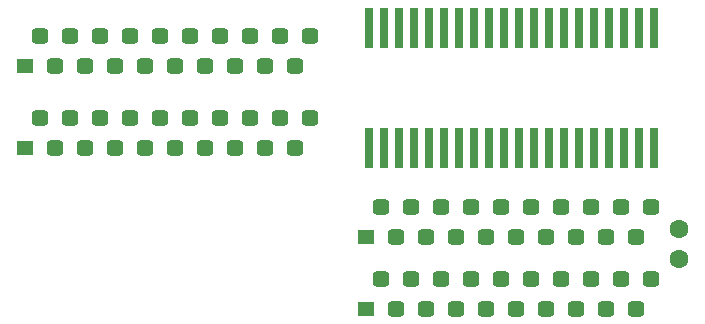
<source format=gts>
G04 #@! TF.GenerationSoftware,KiCad,Pcbnew,7.0.2-0*
G04 #@! TF.CreationDate,2023-06-03T15:33:08+02:00*
G04 #@! TF.ProjectId,MegaCD,4d656761-4344-42e6-9b69-6361645f7063,rev?*
G04 #@! TF.SameCoordinates,Original*
G04 #@! TF.FileFunction,Soldermask,Top*
G04 #@! TF.FilePolarity,Negative*
%FSLAX46Y46*%
G04 Gerber Fmt 4.6, Leading zero omitted, Abs format (unit mm)*
G04 Created by KiCad (PCBNEW 7.0.2-0) date 2023-06-03 15:33:08*
%MOMM*%
%LPD*%
G01*
G04 APERTURE LIST*
G04 Aperture macros list*
%AMRoundRect*
0 Rectangle with rounded corners*
0 $1 Rounding radius*
0 $2 $3 $4 $5 $6 $7 $8 $9 X,Y pos of 4 corners*
0 Add a 4 corners polygon primitive as box body*
4,1,4,$2,$3,$4,$5,$6,$7,$8,$9,$2,$3,0*
0 Add four circle primitives for the rounded corners*
1,1,$1+$1,$2,$3*
1,1,$1+$1,$4,$5*
1,1,$1+$1,$6,$7*
1,1,$1+$1,$8,$9*
0 Add four rect primitives between the rounded corners*
20,1,$1+$1,$2,$3,$4,$5,0*
20,1,$1+$1,$4,$5,$6,$7,0*
20,1,$1+$1,$6,$7,$8,$9,0*
20,1,$1+$1,$8,$9,$2,$3,0*%
G04 Aperture macros list end*
%ADD10R,1.400000X1.300000*%
%ADD11RoundRect,0.325000X0.375000X-0.325000X0.375000X0.325000X-0.375000X0.325000X-0.375000X-0.325000X0*%
%ADD12C,1.600000*%
%ADD13R,0.700000X3.400000*%
G04 APERTURE END LIST*
D10*
X119380000Y-117221000D03*
D11*
X120650000Y-114681000D03*
X121920000Y-117221000D03*
X123190000Y-114681000D03*
X124460000Y-117221000D03*
X125730000Y-114681000D03*
X127000000Y-117221000D03*
X128270000Y-114681000D03*
X129540000Y-117221000D03*
X130810000Y-114681000D03*
X132080000Y-117221000D03*
X133350000Y-114681000D03*
X134620000Y-117221000D03*
X135890000Y-114681000D03*
X137160000Y-117221000D03*
X138430000Y-114681000D03*
X139700000Y-117221000D03*
X140970000Y-114681000D03*
X142240000Y-117221000D03*
X143510000Y-114681000D03*
D12*
X174752000Y-126599000D03*
X174752000Y-124099000D03*
D10*
X148209000Y-124790200D03*
D11*
X149479000Y-122250200D03*
X150749000Y-124790200D03*
X152019000Y-122250200D03*
X153289000Y-124790200D03*
X154559000Y-122250200D03*
X155829000Y-124790200D03*
X157099000Y-122250200D03*
X158369000Y-124790200D03*
X159639000Y-122250200D03*
X160909000Y-124790200D03*
X162179000Y-122250200D03*
X163449000Y-124790200D03*
X164719000Y-122250200D03*
X165989000Y-124790200D03*
X167259000Y-122250200D03*
X168529000Y-124790200D03*
X169799000Y-122250200D03*
X171069000Y-124790200D03*
X172339000Y-122250200D03*
D13*
X148463000Y-117221000D03*
X149733000Y-117221000D03*
X151003000Y-117221000D03*
X152273000Y-117221000D03*
X153543000Y-117221000D03*
X154813000Y-117221000D03*
X156083000Y-117221000D03*
X157353000Y-117221000D03*
X158623000Y-117221000D03*
X159893000Y-117221000D03*
X161163000Y-117221000D03*
X162433000Y-117221000D03*
X163703000Y-117221000D03*
X164973000Y-117221000D03*
X166243000Y-117221000D03*
X167513000Y-117221000D03*
X168783000Y-117221000D03*
X170053000Y-117221000D03*
X171323000Y-117221000D03*
X172593000Y-117221000D03*
X172593000Y-107061000D03*
X171323000Y-107061000D03*
X170053000Y-107061000D03*
X168783000Y-107061000D03*
X167513000Y-107061000D03*
X166243000Y-107061000D03*
X164973000Y-107061000D03*
X163703000Y-107061000D03*
X162433000Y-107061000D03*
X161163000Y-107061000D03*
X159893000Y-107061000D03*
X158623000Y-107061000D03*
X157353000Y-107061000D03*
X156083000Y-107061000D03*
X154813000Y-107061000D03*
X153543000Y-107061000D03*
X152273000Y-107061000D03*
X151003000Y-107061000D03*
X149733000Y-107061000D03*
X148463000Y-107061000D03*
D10*
X119380000Y-110312200D03*
D11*
X120650000Y-107772200D03*
X121920000Y-110312200D03*
X123190000Y-107772200D03*
X124460000Y-110312200D03*
X125730000Y-107772200D03*
X127000000Y-110312200D03*
X128270000Y-107772200D03*
X129540000Y-110312200D03*
X130810000Y-107772200D03*
X132080000Y-110312200D03*
X133350000Y-107772200D03*
X134620000Y-110312200D03*
X135890000Y-107772200D03*
X137160000Y-110312200D03*
X138430000Y-107772200D03*
X139700000Y-110312200D03*
X140970000Y-107772200D03*
X142240000Y-110312200D03*
X143510000Y-107772200D03*
D10*
X148209000Y-130835400D03*
D11*
X149479000Y-128295400D03*
X150749000Y-130835400D03*
X152019000Y-128295400D03*
X153289000Y-130835400D03*
X154559000Y-128295400D03*
X155829000Y-130835400D03*
X157099000Y-128295400D03*
X158369000Y-130835400D03*
X159639000Y-128295400D03*
X160909000Y-130835400D03*
X162179000Y-128295400D03*
X163449000Y-130835400D03*
X164719000Y-128295400D03*
X165989000Y-130835400D03*
X167259000Y-128295400D03*
X168529000Y-130835400D03*
X169799000Y-128295400D03*
X171069000Y-130835400D03*
X172339000Y-128295400D03*
M02*

</source>
